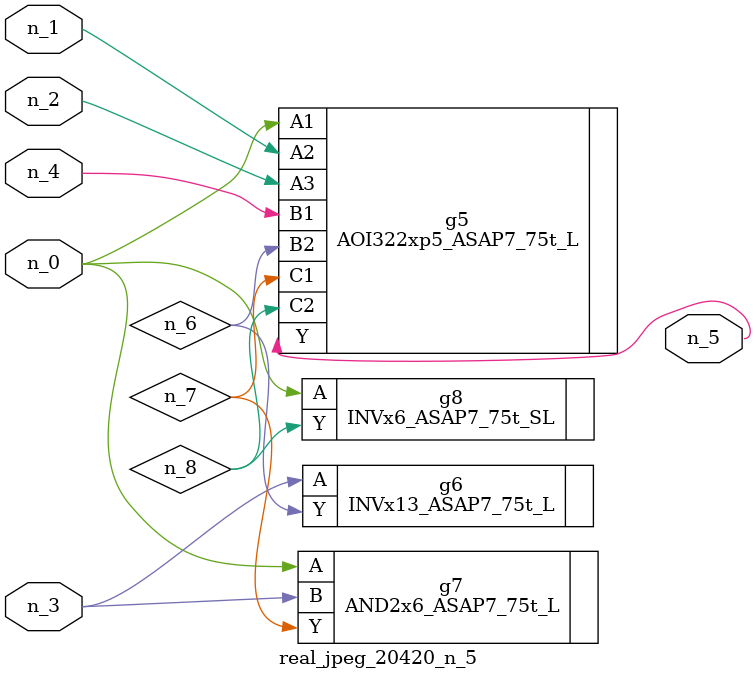
<source format=v>
module real_jpeg_20420_n_5 (n_4, n_0, n_1, n_2, n_3, n_5);

input n_4;
input n_0;
input n_1;
input n_2;
input n_3;

output n_5;

wire n_8;
wire n_6;
wire n_7;

AOI322xp5_ASAP7_75t_L g5 ( 
.A1(n_0),
.A2(n_1),
.A3(n_2),
.B1(n_4),
.B2(n_6),
.C1(n_7),
.C2(n_8),
.Y(n_5)
);

AND2x6_ASAP7_75t_L g7 ( 
.A(n_0),
.B(n_3),
.Y(n_7)
);

INVx6_ASAP7_75t_SL g8 ( 
.A(n_0),
.Y(n_8)
);

INVx13_ASAP7_75t_L g6 ( 
.A(n_3),
.Y(n_6)
);


endmodule
</source>
